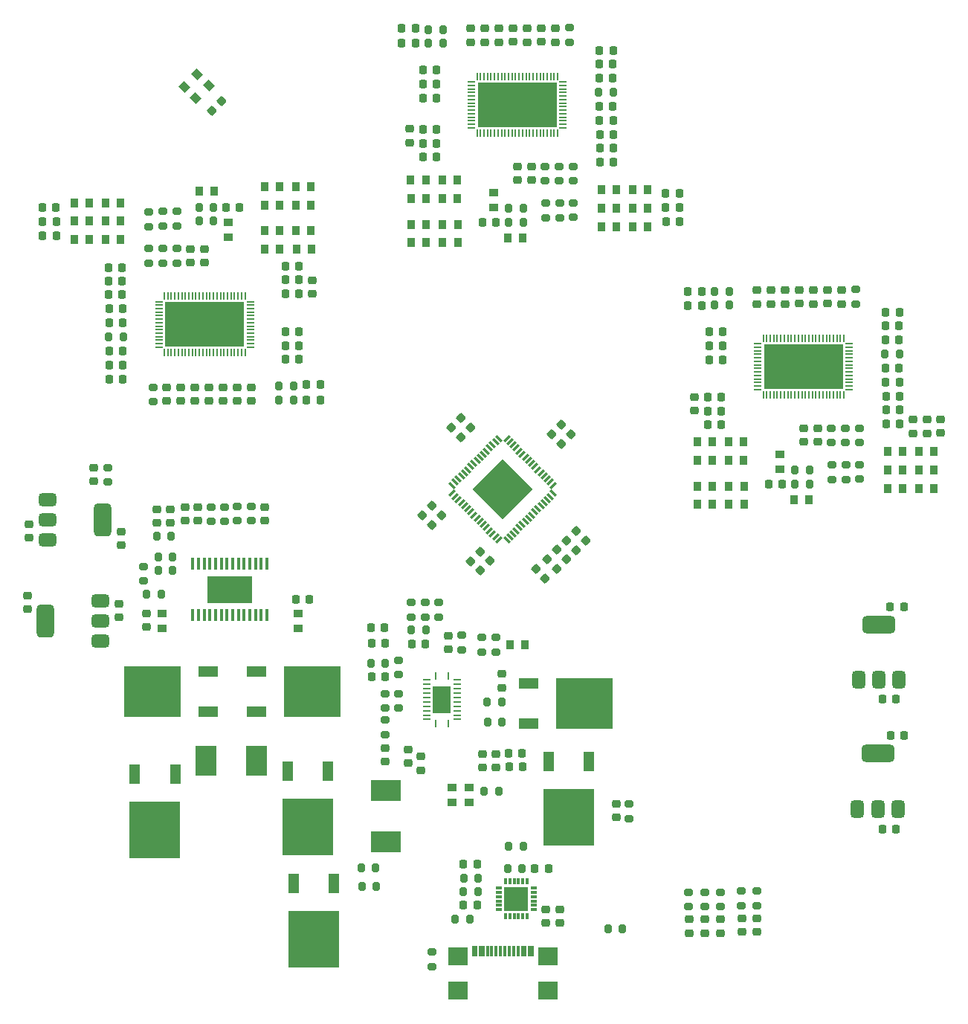
<source format=gtp>
%TF.GenerationSoftware,KiCad,Pcbnew,8.0.7*%
%TF.CreationDate,2025-01-21T13:47:33+01:00*%
%TF.ProjectId,motordriver,6d6f746f-7264-4726-9976-65722e6b6963,rev?*%
%TF.SameCoordinates,Original*%
%TF.FileFunction,Paste,Top*%
%TF.FilePolarity,Positive*%
%FSLAX46Y46*%
G04 Gerber Fmt 4.6, Leading zero omitted, Abs format (unit mm)*
G04 Created by KiCad (PCBNEW 8.0.7) date 2025-01-21 13:47:33*
%MOMM*%
%LPD*%
G01*
G04 APERTURE LIST*
G04 Aperture macros list*
%AMRoundRect*
0 Rectangle with rounded corners*
0 $1 Rounding radius*
0 $2 $3 $4 $5 $6 $7 $8 $9 X,Y pos of 4 corners*
0 Add a 4 corners polygon primitive as box body*
4,1,4,$2,$3,$4,$5,$6,$7,$8,$9,$2,$3,0*
0 Add four circle primitives for the rounded corners*
1,1,$1+$1,$2,$3*
1,1,$1+$1,$4,$5*
1,1,$1+$1,$6,$7*
1,1,$1+$1,$8,$9*
0 Add four rect primitives between the rounded corners*
20,1,$1+$1,$2,$3,$4,$5,0*
20,1,$1+$1,$4,$5,$6,$7,0*
20,1,$1+$1,$6,$7,$8,$9,0*
20,1,$1+$1,$8,$9,$2,$3,0*%
%AMRotRect*
0 Rectangle, with rotation*
0 The origin of the aperture is its center*
0 $1 length*
0 $2 width*
0 $3 Rotation angle, in degrees counterclockwise*
0 Add horizontal line*
21,1,$1,$2,0,0,$3*%
G04 Aperture macros list end*
%ADD10RoundRect,0.200000X-0.200000X-0.275000X0.200000X-0.275000X0.200000X0.275000X-0.200000X0.275000X0*%
%ADD11RoundRect,0.225000X-0.225000X-0.250000X0.225000X-0.250000X0.225000X0.250000X-0.225000X0.250000X0*%
%ADD12RoundRect,0.225000X0.225000X0.250000X-0.225000X0.250000X-0.225000X-0.250000X0.225000X-0.250000X0*%
%ADD13R,2.200000X1.200000*%
%ADD14R,6.400000X5.800000*%
%ADD15R,0.850000X1.050000*%
%ADD16RoundRect,0.200000X-0.275000X0.200000X-0.275000X-0.200000X0.275000X-0.200000X0.275000X0.200000X0*%
%ADD17RoundRect,0.200000X0.200000X0.275000X-0.200000X0.275000X-0.200000X-0.275000X0.200000X-0.275000X0*%
%ADD18RoundRect,0.200000X0.275000X-0.200000X0.275000X0.200000X-0.275000X0.200000X-0.275000X-0.200000X0*%
%ADD19RotRect,0.250000X0.900000X315.000000*%
%ADD20RotRect,0.250000X0.900000X225.000000*%
%ADD21RotRect,4.800000X4.800000X225.000000*%
%ADD22RoundRect,0.225000X-0.250000X0.225000X-0.250000X-0.225000X0.250000X-0.225000X0.250000X0.225000X0*%
%ADD23RoundRect,0.225000X0.335876X0.017678X0.017678X0.335876X-0.335876X-0.017678X-0.017678X-0.335876X0*%
%ADD24RoundRect,0.218750X0.256250X-0.218750X0.256250X0.218750X-0.256250X0.218750X-0.256250X-0.218750X0*%
%ADD25RoundRect,0.218750X0.218750X0.256250X-0.218750X0.256250X-0.218750X-0.256250X0.218750X-0.256250X0*%
%ADD26RoundRect,0.225000X-0.017678X0.335876X-0.335876X0.017678X0.017678X-0.335876X0.335876X-0.017678X0*%
%ADD27RoundRect,0.225000X0.250000X-0.225000X0.250000X0.225000X-0.250000X0.225000X-0.250000X-0.225000X0*%
%ADD28R,1.050000X0.850000*%
%ADD29R,1.200000X2.200000*%
%ADD30R,5.800000X6.400000*%
%ADD31RoundRect,0.225000X-0.335876X-0.017678X-0.017678X-0.335876X0.335876X0.017678X0.017678X0.335876X0*%
%ADD32RotRect,0.900000X1.000000X45.000000*%
%ADD33R,0.280000X0.850000*%
%ADD34R,0.850000X0.280000*%
%ADD35R,2.050000X3.100000*%
%ADD36R,3.400000X2.400000*%
%ADD37R,0.450000X1.475000*%
%ADD38R,5.180000X3.100000*%
%ADD39RoundRect,0.375000X0.625000X0.375000X-0.625000X0.375000X-0.625000X-0.375000X0.625000X-0.375000X0*%
%ADD40RoundRect,0.500000X0.500000X1.400000X-0.500000X1.400000X-0.500000X-1.400000X0.500000X-1.400000X0*%
%ADD41R,0.850000X0.200000*%
%ADD42R,0.200000X0.850000*%
%ADD43R,9.100000X5.100000*%
%ADD44RoundRect,0.225000X0.017678X-0.335876X0.335876X-0.017678X-0.017678X0.335876X-0.335876X0.017678X0*%
%ADD45RoundRect,0.375000X0.375000X-0.625000X0.375000X0.625000X-0.375000X0.625000X-0.375000X-0.625000X0*%
%ADD46RoundRect,0.500000X1.400000X-0.500000X1.400000X0.500000X-1.400000X0.500000X-1.400000X-0.500000X0*%
%ADD47RoundRect,0.375000X-0.625000X-0.375000X0.625000X-0.375000X0.625000X0.375000X-0.625000X0.375000X0*%
%ADD48RoundRect,0.500000X-0.500000X-1.400000X0.500000X-1.400000X0.500000X1.400000X-0.500000X1.400000X0*%
%ADD49RoundRect,0.218750X-0.218750X-0.256250X0.218750X-0.256250X0.218750X0.256250X-0.218750X0.256250X0*%
%ADD50R,0.300000X1.150000*%
%ADD51R,2.180000X2.000000*%
%ADD52R,0.800000X0.300000*%
%ADD53R,0.300000X0.800000*%
%ADD54R,2.750000X2.750000*%
%ADD55R,2.400000X3.400000*%
G04 APERTURE END LIST*
D10*
%TO.C,R45*%
X166002501Y-140000000D03*
X167652501Y-140000000D03*
%TD*%
D11*
%TO.C,C83*%
X157677501Y-133200000D03*
X159227501Y-133200000D03*
%TD*%
D10*
%TO.C,R20*%
X152252501Y-114200000D03*
X153902501Y-114200000D03*
%TD*%
D12*
%TO.C,C132*%
X199237501Y-80930000D03*
X197687501Y-80930000D03*
%TD*%
%TO.C,C87*%
X130826601Y-75225000D03*
X129276601Y-75225000D03*
%TD*%
D13*
%TO.C,Q9*%
X156977501Y-112110000D03*
D14*
X163327501Y-114400000D03*
D13*
X156977501Y-116690000D03*
%TD*%
D15*
%TO.C,D72*%
X199552501Y-85680000D03*
X197852501Y-85680000D03*
%TD*%
D16*
%TO.C,R96*%
X191492501Y-87230000D03*
X191492501Y-88880000D03*
%TD*%
D17*
%TO.C,R21*%
X145252501Y-106000000D03*
X143602501Y-106000000D03*
%TD*%
%TO.C,R30*%
X140652501Y-109800000D03*
X139002501Y-109800000D03*
%TD*%
D18*
%TO.C,R99*%
X194202501Y-68880000D03*
X194202501Y-67230000D03*
%TD*%
D19*
%TO.C,IC8*%
X159790421Y-89540381D03*
X159436868Y-89186827D03*
X159083314Y-88833274D03*
X158729761Y-88479720D03*
X158376208Y-88126167D03*
X158022654Y-87772614D03*
X157669101Y-87419060D03*
X157315548Y-87065507D03*
X156961994Y-86711953D03*
X156608441Y-86358400D03*
X156254887Y-86004847D03*
X155901334Y-85651293D03*
X155547781Y-85297740D03*
X155194227Y-84944187D03*
X154840674Y-84590633D03*
X154487120Y-84237080D03*
D20*
X153567882Y-84237080D03*
X153214328Y-84590633D03*
X152860775Y-84944187D03*
X152507221Y-85297740D03*
X152153668Y-85651293D03*
X151800115Y-86004847D03*
X151446561Y-86358400D03*
X151093008Y-86711953D03*
X150739454Y-87065507D03*
X150385901Y-87419060D03*
X150032348Y-87772614D03*
X149678794Y-88126167D03*
X149325241Y-88479720D03*
X148971688Y-88833274D03*
X148618134Y-89186827D03*
X148264581Y-89540381D03*
D19*
X148264581Y-90459619D03*
X148618134Y-90813173D03*
X148971688Y-91166726D03*
X149325241Y-91520280D03*
X149678794Y-91873833D03*
X150032348Y-92227386D03*
X150385901Y-92580940D03*
X150739454Y-92934493D03*
X151093008Y-93288047D03*
X151446561Y-93641600D03*
X151800115Y-93995153D03*
X152153668Y-94348707D03*
X152507221Y-94702260D03*
X152860775Y-95055813D03*
X153214328Y-95409367D03*
X153567882Y-95762920D03*
D20*
X154487120Y-95762920D03*
X154840674Y-95409367D03*
X155194227Y-95055813D03*
X155547781Y-94702260D03*
X155901334Y-94348707D03*
X156254887Y-93995153D03*
X156608441Y-93641600D03*
X156961994Y-93288047D03*
X157315548Y-92934493D03*
X157669101Y-92580940D03*
X158022654Y-92227386D03*
X158376208Y-91873833D03*
X158729761Y-91520280D03*
X159083314Y-91166726D03*
X159436868Y-90813173D03*
X159790421Y-90459619D03*
D21*
X154027501Y-90000000D03*
%TD*%
D11*
%TO.C,C98*%
X109216601Y-75855000D03*
X110766601Y-75855000D03*
%TD*%
D15*
%TO.C,D54*%
X121186601Y-56075000D03*
X119486601Y-56075000D03*
%TD*%
D16*
%TO.C,R36*%
X120827501Y-92025000D03*
X120827501Y-93675000D03*
%TD*%
D10*
%TO.C,R54*%
X164962501Y-44810000D03*
X166612501Y-44810000D03*
%TD*%
D17*
%TO.C,R56*%
X156352501Y-57980000D03*
X154702501Y-57980000D03*
%TD*%
D22*
%TO.C,C12*%
X151727501Y-120125000D03*
X151727501Y-121675000D03*
%TD*%
D23*
%TO.C,C80*%
X160179493Y-99044024D03*
X159083477Y-97948008D03*
%TD*%
D10*
%TO.C,R23*%
X152277501Y-116500000D03*
X153927501Y-116500000D03*
%TD*%
%TO.C,R104*%
X187302501Y-89380000D03*
X188952501Y-89380000D03*
%TD*%
D12*
%TO.C,C51*%
X166637501Y-49610000D03*
X165087501Y-49610000D03*
%TD*%
D24*
%TO.C,D7*%
X153902501Y-112600000D03*
X153902501Y-111025000D03*
%TD*%
D12*
%TO.C,C107*%
X130802501Y-66100000D03*
X129252501Y-66100000D03*
%TD*%
D15*
%TO.C,D43*%
X128626601Y-62675000D03*
X126926601Y-62675000D03*
%TD*%
D17*
%TO.C,R63*%
X156352501Y-130600000D03*
X154702501Y-130600000D03*
%TD*%
D12*
%TO.C,C28*%
X198802501Y-128700000D03*
X197252501Y-128700000D03*
%TD*%
D18*
%TO.C,R26*%
X146727501Y-104525000D03*
X146727501Y-102875000D03*
%TD*%
D22*
%TO.C,C20*%
X110577501Y-94825000D03*
X110577501Y-96375000D03*
%TD*%
D15*
%TO.C,D41*%
X128586601Y-57625000D03*
X126886601Y-57625000D03*
%TD*%
D11*
%TO.C,C44*%
X144927501Y-49000000D03*
X146477501Y-49000000D03*
%TD*%
D10*
%TO.C,R53*%
X145577501Y-37640000D03*
X147227501Y-37640000D03*
%TD*%
D25*
%TO.C,D49*%
X133251601Y-79815000D03*
X131676601Y-79815000D03*
%TD*%
D16*
%TO.C,R28*%
X142127501Y-113275000D03*
X142127501Y-114925000D03*
%TD*%
D22*
%TO.C,C23*%
X143227501Y-119625000D03*
X143227501Y-121175000D03*
%TD*%
D24*
%TO.C,D30*%
X182967501Y-140420000D03*
X182967501Y-138845000D03*
%TD*%
D18*
%TO.C,R31*%
X125427501Y-93575000D03*
X125427501Y-91925000D03*
%TD*%
D12*
%TO.C,C41*%
X166587501Y-40010000D03*
X165037501Y-40010000D03*
%TD*%
D26*
%TO.C,C74*%
X147075509Y-92951992D03*
X145979493Y-94048008D03*
%TD*%
D27*
%TO.C,C100*%
X122176601Y-79925000D03*
X122176601Y-78375000D03*
%TD*%
D11*
%TO.C,C31*%
X198177501Y-118000000D03*
X199727501Y-118000000D03*
%TD*%
D15*
%TO.C,D44*%
X126926601Y-60575000D03*
X128626601Y-60575000D03*
%TD*%
D10*
%TO.C,R101*%
X197562501Y-74610000D03*
X199212501Y-74610000D03*
%TD*%
D16*
%TO.C,R42*%
X113127501Y-98775000D03*
X113127501Y-100425000D03*
%TD*%
D18*
%TO.C,R69*%
X116916601Y-64225000D03*
X116916601Y-62575000D03*
%TD*%
D16*
%TO.C,R98*%
X194692501Y-87180000D03*
X194692501Y-88830000D03*
%TD*%
D24*
%TO.C,D31*%
X181257501Y-140420000D03*
X181257501Y-138845000D03*
%TD*%
D22*
%TO.C,C138*%
X189402501Y-67330000D03*
X189402501Y-68880000D03*
%TD*%
D12*
%TO.C,C104*%
X130851601Y-72025000D03*
X129301601Y-72025000D03*
%TD*%
D22*
%TO.C,C109*%
X118476601Y-62650000D03*
X118476601Y-64200000D03*
%TD*%
D28*
%TO.C,D5*%
X148227501Y-123950000D03*
X148227501Y-125650000D03*
%TD*%
D29*
%TO.C,Q11*%
X134117501Y-122050000D03*
D30*
X131827501Y-128400000D03*
D29*
X129537501Y-122050000D03*
%TD*%
D27*
%TO.C,C16*%
X100077501Y-95500000D03*
X100077501Y-93950000D03*
%TD*%
D22*
%TO.C,C37*%
X113427501Y-104150000D03*
X113427501Y-105700000D03*
%TD*%
D31*
%TO.C,C68*%
X161276406Y-95812652D03*
X162372422Y-96908668D03*
%TD*%
D13*
%TO.C,Q12*%
X126027501Y-110720000D03*
D14*
X132377501Y-113010000D03*
D13*
X126027501Y-115300000D03*
%TD*%
D32*
%TO.C,Y1*%
X119042577Y-45484924D03*
X120527501Y-44000000D03*
X119254709Y-42727208D03*
X117769785Y-44212132D03*
%TD*%
D15*
%TO.C,D37*%
X130486601Y-57625000D03*
X132186601Y-57625000D03*
%TD*%
D17*
%TO.C,R15*%
X153552501Y-124400000D03*
X151902501Y-124400000D03*
%TD*%
D22*
%TO.C,C128*%
X202317101Y-82083400D03*
X202317101Y-83633400D03*
%TD*%
D31*
%TO.C,C67*%
X162379493Y-94751992D03*
X163475509Y-95848008D03*
%TD*%
D33*
%TO.C,IC6*%
X147852501Y-116675000D03*
D34*
X148827501Y-116200000D03*
X148827501Y-115700000D03*
X148827501Y-115200000D03*
X148827501Y-114700000D03*
X148827501Y-114200000D03*
X148827501Y-113700000D03*
X148827501Y-113200000D03*
X148827501Y-112700000D03*
X148827501Y-112200000D03*
X148827501Y-111700000D03*
D33*
X147852501Y-111225000D03*
X146352501Y-111225000D03*
D34*
X145377501Y-111700000D03*
X145377501Y-112200000D03*
X145377501Y-112700000D03*
X145377501Y-113200000D03*
X145377501Y-113700000D03*
X145377501Y-114200000D03*
X145377501Y-114700000D03*
X145377501Y-115200000D03*
X145377501Y-115700000D03*
X145377501Y-116200000D03*
D33*
X146352501Y-116675000D03*
D35*
X147102501Y-113950000D03*
%TD*%
D27*
%TO.C,C79*%
X160537501Y-139400000D03*
X160537501Y-137850000D03*
%TD*%
D15*
%TO.C,D14*%
X145252501Y-54780000D03*
X143552501Y-54780000D03*
%TD*%
D22*
%TO.C,C39*%
X160002501Y-37530000D03*
X160002501Y-39080000D03*
%TD*%
D27*
%TO.C,C101*%
X118976601Y-79925000D03*
X118976601Y-78375000D03*
%TD*%
D36*
%TO.C,L1*%
X140727501Y-130100000D03*
X140727501Y-124300000D03*
%TD*%
D16*
%TO.C,R16*%
X168427501Y-125825000D03*
X168427501Y-127475000D03*
%TD*%
D10*
%TO.C,R55*%
X145577501Y-39190000D03*
X147227501Y-39190000D03*
%TD*%
D18*
%TO.C,R38*%
X123827501Y-93575000D03*
X123827501Y-91925000D03*
%TD*%
D15*
%TO.C,D13*%
X143592501Y-61930000D03*
X145292501Y-61930000D03*
%TD*%
D10*
%TO.C,R77*%
X119426601Y-59475000D03*
X121076601Y-59475000D03*
%TD*%
D18*
%TO.C,R60*%
X175207501Y-137525000D03*
X175207501Y-135875000D03*
%TD*%
D11*
%TO.C,C61*%
X144927501Y-52125000D03*
X146477501Y-52125000D03*
%TD*%
D22*
%TO.C,C111*%
X120051601Y-62655000D03*
X120051601Y-64205000D03*
%TD*%
D17*
%TO.C,R103*%
X188952501Y-87780000D03*
X187302501Y-87780000D03*
%TD*%
D18*
%TO.C,R59*%
X181227501Y-137395000D03*
X181227501Y-135745000D03*
%TD*%
D22*
%TO.C,C56*%
X156802501Y-37530000D03*
X156802501Y-39080000D03*
%TD*%
D16*
%TO.C,R93*%
X194662501Y-83030000D03*
X194662501Y-84680000D03*
%TD*%
D22*
%TO.C,C11*%
X166927501Y-125825000D03*
X166927501Y-127375000D03*
%TD*%
D17*
%TO.C,R37*%
X116452501Y-99200000D03*
X114802501Y-99200000D03*
%TD*%
D16*
%TO.C,R47*%
X160462501Y-53230000D03*
X160462501Y-54880000D03*
%TD*%
D22*
%TO.C,C32*%
X116127501Y-92275000D03*
X116127501Y-93825000D03*
%TD*%
D15*
%TO.C,D61*%
X177852501Y-84580000D03*
X176152501Y-84580000D03*
%TD*%
D18*
%TO.C,R71*%
X115286601Y-60025000D03*
X115286601Y-58375000D03*
%TD*%
D22*
%TO.C,C48*%
X152002501Y-37530000D03*
X152002501Y-39080000D03*
%TD*%
D18*
%TO.C,R68*%
X115316601Y-64225000D03*
X115316601Y-62575000D03*
%TD*%
D11*
%TO.C,C134*%
X197612501Y-76210000D03*
X199162501Y-76210000D03*
%TD*%
D12*
%TO.C,C135*%
X199162501Y-71400000D03*
X197612501Y-71400000D03*
%TD*%
D37*
%TO.C,IC7*%
X127177501Y-98474000D03*
X126527501Y-98474000D03*
X125877501Y-98474000D03*
X125227501Y-98474000D03*
X124577501Y-98474000D03*
X123927501Y-98474000D03*
X123277501Y-98474000D03*
X122627501Y-98474000D03*
X121977501Y-98474000D03*
X121327501Y-98474000D03*
X120677501Y-98474000D03*
X120027501Y-98474000D03*
X119377501Y-98474000D03*
X118727501Y-98474000D03*
X118727501Y-104350000D03*
X119377501Y-104350000D03*
X120027501Y-104350000D03*
X120677501Y-104350000D03*
X121327501Y-104350000D03*
X121977501Y-104350000D03*
X122627501Y-104350000D03*
X123277501Y-104350000D03*
X123927501Y-104350000D03*
X124577501Y-104350000D03*
X125227501Y-104350000D03*
X125877501Y-104350000D03*
X126527501Y-104350000D03*
X127177501Y-104350000D03*
D38*
X122952501Y-101412000D03*
%TD*%
D18*
%TO.C,R17*%
X140627501Y-114900000D03*
X140627501Y-113250000D03*
%TD*%
D22*
%TO.C,C21*%
X144727501Y-120425000D03*
X144727501Y-121975000D03*
%TD*%
D39*
%TO.C,U3*%
X108227501Y-107300000D03*
X108227501Y-105000000D03*
D40*
X101927501Y-105000000D03*
D39*
X108227501Y-102700000D03*
%TD*%
D15*
%TO.C,D47*%
X108826601Y-59475000D03*
X110526601Y-59475000D03*
%TD*%
D28*
%TO.C,D6*%
X150227501Y-123950000D03*
X150227501Y-125650000D03*
%TD*%
D11*
%TO.C,C91*%
X101636601Y-59525000D03*
X103186601Y-59525000D03*
%TD*%
D12*
%TO.C,C136*%
X199162501Y-73010000D03*
X197612501Y-73010000D03*
%TD*%
D17*
%TO.C,R74*%
X130201601Y-79815000D03*
X128551601Y-79815000D03*
%TD*%
D18*
%TO.C,R62*%
X178827501Y-137500000D03*
X178827501Y-135850000D03*
%TD*%
D41*
%TO.C,U5*%
X150492501Y-43630000D03*
X150492501Y-44030000D03*
X150492501Y-44430000D03*
X150492501Y-44830000D03*
X150492501Y-45230000D03*
X150492501Y-45630000D03*
X150492501Y-46030000D03*
X150492501Y-46430000D03*
X150492501Y-46830000D03*
X150492501Y-47230000D03*
X150492501Y-47630000D03*
X150492501Y-48030000D03*
X150492501Y-48430000D03*
X150492501Y-48830000D03*
D42*
X151092501Y-49430000D03*
X151492501Y-49430000D03*
X151892501Y-49430000D03*
X152292501Y-49430000D03*
X152692501Y-49430000D03*
X153092501Y-49430000D03*
X153492501Y-49430000D03*
X153892501Y-49430000D03*
X154292501Y-49430000D03*
X154692501Y-49430000D03*
X155092501Y-49430000D03*
X155492501Y-49430000D03*
X155892501Y-49430000D03*
X156292501Y-49430000D03*
X156692501Y-49430000D03*
X157092501Y-49430000D03*
X157492501Y-49430000D03*
X157892501Y-49430000D03*
X158292501Y-49430000D03*
X158692501Y-49430000D03*
X159092501Y-49430000D03*
X159492501Y-49430000D03*
X159892501Y-49430000D03*
X160292501Y-49430000D03*
D41*
X160892501Y-48830000D03*
X160892501Y-48430000D03*
X160892501Y-48030000D03*
X160892501Y-47630000D03*
X160892501Y-47230000D03*
X160892501Y-46830000D03*
X160892501Y-46430000D03*
X160892501Y-46030000D03*
X160892501Y-45630000D03*
X160892501Y-45230000D03*
X160892501Y-44830000D03*
X160892501Y-44430000D03*
X160892501Y-44030000D03*
X160892501Y-43630000D03*
D42*
X160292501Y-43030000D03*
X159892501Y-43030000D03*
X159492501Y-43030000D03*
X159092501Y-43030000D03*
X158692501Y-43030000D03*
X158292501Y-43030000D03*
X157892501Y-43030000D03*
X157492501Y-43030000D03*
X157092501Y-43030000D03*
X156692501Y-43030000D03*
X156292501Y-43030000D03*
X155892501Y-43030000D03*
X155492501Y-43030000D03*
X155092501Y-43030000D03*
X154692501Y-43030000D03*
X154292501Y-43030000D03*
X153892501Y-43030000D03*
X153492501Y-43030000D03*
X153092501Y-43030000D03*
X152692501Y-43030000D03*
X152292501Y-43030000D03*
X151892501Y-43030000D03*
X151492501Y-43030000D03*
X151092501Y-43030000D03*
D43*
X155692501Y-46230000D03*
%TD*%
D44*
%TO.C,C69*%
X120942577Y-46884924D03*
X122038593Y-45788908D03*
%TD*%
D22*
%TO.C,C129*%
X203917101Y-82058400D03*
X203917101Y-83608400D03*
%TD*%
D12*
%TO.C,C47*%
X174167501Y-59530000D03*
X172617501Y-59530000D03*
%TD*%
D26*
%TO.C,C76*%
X152573109Y-98159992D03*
X151477093Y-99256008D03*
%TD*%
D27*
%TO.C,C66*%
X155727501Y-54800000D03*
X155727501Y-53250000D03*
%TD*%
D15*
%TO.C,D20*%
X166952501Y-60080000D03*
X165252501Y-60080000D03*
%TD*%
D45*
%TO.C,U1*%
X194527501Y-111700000D03*
X196827501Y-111700000D03*
D46*
X196827501Y-105400000D03*
D45*
X199127501Y-111700000D03*
%TD*%
D12*
%TO.C,C40*%
X166662501Y-52710000D03*
X165112501Y-52710000D03*
%TD*%
D47*
%TO.C,U2*%
X102177501Y-91200000D03*
X102177501Y-93500000D03*
D48*
X108477501Y-93500000D03*
D47*
X102177501Y-95800000D03*
%TD*%
D22*
%TO.C,C24*%
X140627501Y-119425000D03*
X140627501Y-120975000D03*
%TD*%
D12*
%TO.C,C140*%
X199187501Y-77810000D03*
X197637501Y-77810000D03*
%TD*%
D28*
%TO.C,D28*%
X152992501Y-56187500D03*
X152992501Y-57887500D03*
%TD*%
D12*
%TO.C,C50*%
X166637501Y-51130000D03*
X165087501Y-51130000D03*
%TD*%
D15*
%TO.C,D38*%
X132186601Y-55525000D03*
X130486601Y-55525000D03*
%TD*%
D25*
%TO.C,D52*%
X133251601Y-78100000D03*
X131676601Y-78100000D03*
%TD*%
D10*
%TO.C,R41*%
X113477501Y-101900000D03*
X115127501Y-101900000D03*
%TD*%
D44*
%TO.C,C73*%
X159579493Y-83716638D03*
X160675509Y-82620622D03*
%TD*%
D12*
%TO.C,C97*%
X110766601Y-71045000D03*
X109216601Y-71045000D03*
%TD*%
D23*
%TO.C,C70*%
X150336169Y-82987348D03*
X149240153Y-81891332D03*
%TD*%
D15*
%TO.C,D22*%
X166952501Y-57980000D03*
X165252501Y-57980000D03*
%TD*%
D25*
%TO.C,D35*%
X151127501Y-132650000D03*
X149552501Y-132650000D03*
%TD*%
D29*
%TO.C,Q10*%
X134807501Y-134900000D03*
D30*
X132527501Y-141200000D03*
D29*
X130247501Y-134900000D03*
%TD*%
D15*
%TO.C,D8*%
X156577501Y-107700000D03*
X154877501Y-107700000D03*
%TD*%
D12*
%TO.C,C105*%
X130851601Y-73625000D03*
X129301601Y-73625000D03*
%TD*%
D22*
%TO.C,C139*%
X191002501Y-67305000D03*
X191002501Y-68855000D03*
%TD*%
D10*
%TO.C,R66*%
X149555001Y-135800000D03*
X151205001Y-135800000D03*
%TD*%
D22*
%TO.C,C45*%
X155202501Y-37505000D03*
X155202501Y-39055000D03*
%TD*%
D18*
%TO.C,R18*%
X140627501Y-117925000D03*
X140627501Y-116275000D03*
%TD*%
D15*
%TO.C,D39*%
X130526601Y-62675000D03*
X132226601Y-62675000D03*
%TD*%
%TO.C,D51*%
X105226601Y-61575000D03*
X106926601Y-61575000D03*
%TD*%
D18*
%TO.C,R72*%
X113686601Y-60075000D03*
X113686601Y-58425000D03*
%TD*%
D16*
%TO.C,R22*%
X149327501Y-106600000D03*
X149327501Y-108250000D03*
%TD*%
D12*
%TO.C,C133*%
X199237501Y-79410000D03*
X197687501Y-79410000D03*
%TD*%
%TO.C,C53*%
X166562501Y-41600000D03*
X165012501Y-41600000D03*
%TD*%
D24*
%TO.C,D33*%
X177027501Y-140550000D03*
X177027501Y-138975000D03*
%TD*%
D16*
%TO.C,R48*%
X158862501Y-53230000D03*
X158862501Y-54880000D03*
%TD*%
D12*
%TO.C,C46*%
X174142501Y-57930000D03*
X172592501Y-57930000D03*
%TD*%
D41*
%TO.C,U7*%
X125286601Y-73825000D03*
X125286601Y-73425000D03*
X125286601Y-73025000D03*
X125286601Y-72625000D03*
X125286601Y-72225000D03*
X125286601Y-71825000D03*
X125286601Y-71425000D03*
X125286601Y-71025000D03*
X125286601Y-70625000D03*
X125286601Y-70225000D03*
X125286601Y-69825000D03*
X125286601Y-69425000D03*
X125286601Y-69025000D03*
X125286601Y-68625000D03*
D42*
X124686601Y-68025000D03*
X124286601Y-68025000D03*
X123886601Y-68025000D03*
X123486601Y-68025000D03*
X123086601Y-68025000D03*
X122686601Y-68025000D03*
X122286601Y-68025000D03*
X121886601Y-68025000D03*
X121486601Y-68025000D03*
X121086601Y-68025000D03*
X120686601Y-68025000D03*
X120286601Y-68025000D03*
X119886601Y-68025000D03*
X119486601Y-68025000D03*
X119086601Y-68025000D03*
X118686601Y-68025000D03*
X118286601Y-68025000D03*
X117886601Y-68025000D03*
X117486601Y-68025000D03*
X117086601Y-68025000D03*
X116686601Y-68025000D03*
X116286601Y-68025000D03*
X115886601Y-68025000D03*
X115486601Y-68025000D03*
D41*
X114886601Y-68625000D03*
X114886601Y-69025000D03*
X114886601Y-69425000D03*
X114886601Y-69825000D03*
X114886601Y-70225000D03*
X114886601Y-70625000D03*
X114886601Y-71025000D03*
X114886601Y-71425000D03*
X114886601Y-71825000D03*
X114886601Y-72225000D03*
X114886601Y-72625000D03*
X114886601Y-73025000D03*
X114886601Y-73425000D03*
X114886601Y-73825000D03*
D42*
X115486601Y-74425000D03*
X115886601Y-74425000D03*
X116286601Y-74425000D03*
X116686601Y-74425000D03*
X117086601Y-74425000D03*
X117486601Y-74425000D03*
X117886601Y-74425000D03*
X118286601Y-74425000D03*
X118686601Y-74425000D03*
X119086601Y-74425000D03*
X119486601Y-74425000D03*
X119886601Y-74425000D03*
X120286601Y-74425000D03*
X120686601Y-74425000D03*
X121086601Y-74425000D03*
X121486601Y-74425000D03*
X121886601Y-74425000D03*
X122286601Y-74425000D03*
X122686601Y-74425000D03*
X123086601Y-74425000D03*
X123486601Y-74425000D03*
X123886601Y-74425000D03*
X124286601Y-74425000D03*
X124686601Y-74425000D03*
D43*
X120086601Y-71225000D03*
%TD*%
D17*
%TO.C,R78*%
X121076601Y-57875000D03*
X119426601Y-57875000D03*
%TD*%
D16*
%TO.C,R44*%
X145927501Y-142675000D03*
X145927501Y-144325000D03*
%TD*%
D11*
%TO.C,C126*%
X177352501Y-79500000D03*
X178902501Y-79500000D03*
%TD*%
D16*
%TO.C,R50*%
X160492501Y-57430000D03*
X160492501Y-59080000D03*
%TD*%
D11*
%TO.C,C62*%
X144927501Y-50600000D03*
X146477501Y-50600000D03*
%TD*%
D26*
%TO.C,C75*%
X145979493Y-91855976D03*
X144883477Y-92951992D03*
%TD*%
D18*
%TO.C,R19*%
X143627501Y-104525000D03*
X143627501Y-102875000D03*
%TD*%
D11*
%TO.C,C147*%
X184302501Y-89380000D03*
X185852501Y-89380000D03*
%TD*%
D12*
%TO.C,C106*%
X130802501Y-64575000D03*
X129252501Y-64575000D03*
%TD*%
D16*
%TO.C,R94*%
X193062501Y-83030000D03*
X193062501Y-84680000D03*
%TD*%
D15*
%TO.C,D69*%
X199552501Y-87780000D03*
X197852501Y-87780000D03*
%TD*%
%TO.C,D18*%
X147152501Y-54780000D03*
X148852501Y-54780000D03*
%TD*%
%TO.C,D64*%
X181492501Y-91730000D03*
X179792501Y-91730000D03*
%TD*%
%TO.C,D62*%
X176202501Y-86680000D03*
X177902501Y-86680000D03*
%TD*%
D11*
%TO.C,C141*%
X177527501Y-75230000D03*
X179077501Y-75230000D03*
%TD*%
D23*
%TO.C,C81*%
X161275509Y-97948008D03*
X160179493Y-96851992D03*
%TD*%
D22*
%TO.C,C127*%
X187802501Y-67305000D03*
X187802501Y-68855000D03*
%TD*%
D15*
%TO.C,D26*%
X170552501Y-55880000D03*
X168852501Y-55880000D03*
%TD*%
D17*
%TO.C,R43*%
X150252501Y-138900000D03*
X148602501Y-138900000D03*
%TD*%
D15*
%TO.C,D73*%
X203152501Y-85680000D03*
X201452501Y-85680000D03*
%TD*%
D11*
%TO.C,C96*%
X109141601Y-67845000D03*
X110691601Y-67845000D03*
%TD*%
D28*
%TO.C,D11*%
X130727501Y-104150000D03*
X130727501Y-105850000D03*
%TD*%
D15*
%TO.C,D68*%
X203102501Y-89880000D03*
X201402501Y-89880000D03*
%TD*%
D27*
%TO.C,C108*%
X132327501Y-67725000D03*
X132327501Y-66175000D03*
%TD*%
%TO.C,C15*%
X147827501Y-108200000D03*
X147827501Y-106650000D03*
%TD*%
D15*
%TO.C,D46*%
X105276601Y-57375000D03*
X106976601Y-57375000D03*
%TD*%
D11*
%TO.C,C124*%
X177552501Y-72030000D03*
X179102501Y-72030000D03*
%TD*%
D49*
%TO.C,D74*%
X175127501Y-69100000D03*
X176702501Y-69100000D03*
%TD*%
D10*
%TO.C,R29*%
X138002501Y-135200000D03*
X139652501Y-135200000D03*
%TD*%
D16*
%TO.C,R32*%
X109077501Y-87525000D03*
X109077501Y-89175000D03*
%TD*%
D11*
%TO.C,C19*%
X154752501Y-121600000D03*
X156302501Y-121600000D03*
%TD*%
%TO.C,C103*%
X109191601Y-69445000D03*
X110741601Y-69445000D03*
%TD*%
D28*
%TO.C,D10*%
X115227501Y-104100000D03*
X115227501Y-105800000D03*
%TD*%
D15*
%TO.C,D65*%
X179752501Y-84580000D03*
X181452501Y-84580000D03*
%TD*%
D50*
%TO.C,P1*%
X150677501Y-142595000D03*
X151477501Y-142595000D03*
X152777501Y-142595000D03*
X153777501Y-142595000D03*
X154277501Y-142595000D03*
X155277501Y-142595000D03*
X156577501Y-142595000D03*
X157377501Y-142595000D03*
X157077501Y-142595000D03*
X156277501Y-142595000D03*
X155777501Y-142595000D03*
X154777501Y-142595000D03*
X153277501Y-142595000D03*
X152277501Y-142595000D03*
X151777501Y-142595000D03*
X150977501Y-142595000D03*
D51*
X148917501Y-147100000D03*
X159137501Y-147100000D03*
X148917501Y-143170000D03*
X159137501Y-143170000D03*
%TD*%
D23*
%TO.C,C71*%
X149275509Y-84048008D03*
X148179493Y-82951992D03*
%TD*%
D11*
%TO.C,C60*%
X144927501Y-43830000D03*
X146477501Y-43830000D03*
%TD*%
%TO.C,C142*%
X177527501Y-73630000D03*
X179077501Y-73630000D03*
%TD*%
D27*
%TO.C,C102*%
X117376601Y-79950000D03*
X117376601Y-78400000D03*
%TD*%
D16*
%TO.C,R35*%
X122327501Y-92000000D03*
X122327501Y-93650000D03*
%TD*%
D15*
%TO.C,D29*%
X154592501Y-61380000D03*
X156292501Y-61380000D03*
%TD*%
D22*
%TO.C,C57*%
X158402501Y-37505000D03*
X158402501Y-39055000D03*
%TD*%
%TO.C,C63*%
X143402501Y-48975000D03*
X143402501Y-50525000D03*
%TD*%
D12*
%TO.C,C123*%
X199187501Y-69810000D03*
X197637501Y-69810000D03*
%TD*%
D15*
%TO.C,D67*%
X199552501Y-89880000D03*
X197852501Y-89880000D03*
%TD*%
D31*
%TO.C,C82*%
X157779493Y-99051992D03*
X158875509Y-100148008D03*
%TD*%
D11*
%TO.C,C18*%
X143652501Y-107600000D03*
X145202501Y-107600000D03*
%TD*%
D15*
%TO.C,D40*%
X132176601Y-60575000D03*
X130476601Y-60575000D03*
%TD*%
D22*
%TO.C,C35*%
X119327501Y-92000000D03*
X119327501Y-93550000D03*
%TD*%
D15*
%TO.C,D70*%
X203152501Y-87780000D03*
X201452501Y-87780000D03*
%TD*%
D18*
%TO.C,R25*%
X145227501Y-104525000D03*
X145227501Y-102875000D03*
%TD*%
D22*
%TO.C,C49*%
X150402501Y-37530000D03*
X150402501Y-39080000D03*
%TD*%
D15*
%TO.C,D45*%
X108826601Y-57375000D03*
X110526601Y-57375000D03*
%TD*%
%TO.C,D42*%
X126886601Y-55525000D03*
X128586601Y-55525000D03*
%TD*%
D17*
%TO.C,R40*%
X116252501Y-95375000D03*
X114602501Y-95375000D03*
%TD*%
D22*
%TO.C,C131*%
X183002501Y-67330000D03*
X183002501Y-68880000D03*
%TD*%
D44*
%TO.C,C72*%
X160710863Y-84848008D03*
X161806879Y-83751992D03*
%TD*%
D49*
%TO.C,D24*%
X142527501Y-37500000D03*
X144102501Y-37500000D03*
%TD*%
D18*
%TO.C,R34*%
X151677501Y-108525000D03*
X151677501Y-106875000D03*
%TD*%
D16*
%TO.C,R51*%
X162092501Y-57380000D03*
X162092501Y-59030000D03*
%TD*%
D15*
%TO.C,D60*%
X176192501Y-91730000D03*
X177892501Y-91730000D03*
%TD*%
D17*
%TO.C,R76*%
X130201601Y-78265000D03*
X128551601Y-78265000D03*
%TD*%
D27*
%TO.C,C90*%
X120576601Y-79950000D03*
X120576601Y-78400000D03*
%TD*%
D10*
%TO.C,R64*%
X154602501Y-133200000D03*
X156252501Y-133200000D03*
%TD*%
D49*
%TO.C,D71*%
X175127501Y-67440000D03*
X176702501Y-67440000D03*
%TD*%
D11*
%TO.C,C65*%
X151702501Y-59580000D03*
X153252501Y-59580000D03*
%TD*%
D12*
%TO.C,C58*%
X166587501Y-48010000D03*
X165037501Y-48010000D03*
%TD*%
D22*
%TO.C,C121*%
X192602501Y-67330000D03*
X192602501Y-68880000D03*
%TD*%
D12*
%TO.C,C110*%
X124076601Y-57875000D03*
X122526601Y-57875000D03*
%TD*%
D22*
%TO.C,C22*%
X110327501Y-103025000D03*
X110327501Y-104575000D03*
%TD*%
D18*
%TO.C,R52*%
X161602501Y-39080000D03*
X161602501Y-37430000D03*
%TD*%
%TO.C,R67*%
X113716601Y-64225000D03*
X113716601Y-62575000D03*
%TD*%
D22*
%TO.C,C130*%
X184602501Y-67330000D03*
X184602501Y-68880000D03*
%TD*%
D27*
%TO.C,C94*%
X125376601Y-79925000D03*
X125376601Y-78375000D03*
%TD*%
D11*
%TO.C,C13*%
X198152501Y-103350000D03*
X199702501Y-103350000D03*
%TD*%
D18*
%TO.C,R58*%
X182927501Y-137395000D03*
X182927501Y-135745000D03*
%TD*%
D22*
%TO.C,C125*%
X200717101Y-82083400D03*
X200717101Y-83633400D03*
%TD*%
D15*
%TO.C,D15*%
X143602501Y-56880000D03*
X145302501Y-56880000D03*
%TD*%
%TO.C,D21*%
X170502501Y-60080000D03*
X168802501Y-60080000D03*
%TD*%
D10*
%TO.C,R24*%
X137902501Y-133100000D03*
X139552501Y-133100000D03*
%TD*%
D11*
%TO.C,C95*%
X109141601Y-66325000D03*
X110691601Y-66325000D03*
%TD*%
D18*
%TO.C,R27*%
X142127501Y-111125000D03*
X142127501Y-109475000D03*
%TD*%
D45*
%TO.C,U4*%
X194427501Y-126400000D03*
X196727501Y-126400000D03*
D46*
X196727501Y-120100000D03*
D45*
X199027501Y-126400000D03*
%TD*%
D12*
%TO.C,C17*%
X156252501Y-120100000D03*
X154702501Y-120100000D03*
%TD*%
D15*
%TO.C,D12*%
X145292501Y-59830000D03*
X143592501Y-59830000D03*
%TD*%
D12*
%TO.C,C122*%
X199262501Y-82510000D03*
X197712501Y-82510000D03*
%TD*%
D25*
%TO.C,D36*%
X151127501Y-137350000D03*
X149552501Y-137350000D03*
%TD*%
D10*
%TO.C,R100*%
X178177501Y-67440000D03*
X179827501Y-67440000D03*
%TD*%
D16*
%TO.C,R33*%
X153227501Y-106875000D03*
X153227501Y-108525000D03*
%TD*%
D17*
%TO.C,R75*%
X110816601Y-72645000D03*
X109166601Y-72645000D03*
%TD*%
D12*
%TO.C,C10*%
X198802501Y-113900000D03*
X197252501Y-113900000D03*
%TD*%
D22*
%TO.C,C145*%
X175827501Y-79475000D03*
X175827501Y-81025000D03*
%TD*%
D52*
%TO.C,U6*%
X157577501Y-137873000D03*
X157577501Y-137373000D03*
X157577501Y-136873000D03*
X157577501Y-136373000D03*
X157577501Y-135873000D03*
X157577501Y-135373000D03*
D53*
X156827501Y-134623000D03*
X156327501Y-134623000D03*
X155827501Y-134623000D03*
X155327501Y-134623000D03*
X154827501Y-134623000D03*
X154327501Y-134623000D03*
D52*
X153577501Y-135373000D03*
X153577501Y-135873000D03*
X153577501Y-136373000D03*
X153577501Y-136873000D03*
X153577501Y-137373000D03*
X153577501Y-137873000D03*
D53*
X154327501Y-138623000D03*
X154827501Y-138623000D03*
X155327501Y-138623000D03*
X155827501Y-138623000D03*
X156327501Y-138623000D03*
X156827501Y-138623000D03*
D54*
X155577501Y-136623000D03*
%TD*%
D24*
%TO.C,D34*%
X178827501Y-140550000D03*
X178827501Y-138975000D03*
%TD*%
D11*
%TO.C,C59*%
X144927501Y-45430000D03*
X146477501Y-45430000D03*
%TD*%
D15*
%TO.C,D16*%
X147192501Y-59830000D03*
X148892501Y-59830000D03*
%TD*%
D41*
%TO.C,U8*%
X183092501Y-73430000D03*
X183092501Y-73830000D03*
X183092501Y-74230000D03*
X183092501Y-74630000D03*
X183092501Y-75030000D03*
X183092501Y-75430000D03*
X183092501Y-75830000D03*
X183092501Y-76230000D03*
X183092501Y-76630000D03*
X183092501Y-77030000D03*
X183092501Y-77430000D03*
X183092501Y-77830000D03*
X183092501Y-78230000D03*
X183092501Y-78630000D03*
D42*
X183692501Y-79230000D03*
X184092501Y-79230000D03*
X184492501Y-79230000D03*
X184892501Y-79230000D03*
X185292501Y-79230000D03*
X185692501Y-79230000D03*
X186092501Y-79230000D03*
X186492501Y-79230000D03*
X186892501Y-79230000D03*
X187292501Y-79230000D03*
X187692501Y-79230000D03*
X188092501Y-79230000D03*
X188492501Y-79230000D03*
X188892501Y-79230000D03*
X189292501Y-79230000D03*
X189692501Y-79230000D03*
X190092501Y-79230000D03*
X190492501Y-79230000D03*
X190892501Y-79230000D03*
X191292501Y-79230000D03*
X191692501Y-79230000D03*
X192092501Y-79230000D03*
X192492501Y-79230000D03*
X192892501Y-79230000D03*
D41*
X193492501Y-78630000D03*
X193492501Y-78230000D03*
X193492501Y-77830000D03*
X193492501Y-77430000D03*
X193492501Y-77030000D03*
X193492501Y-76630000D03*
X193492501Y-76230000D03*
X193492501Y-75830000D03*
X193492501Y-75430000D03*
X193492501Y-75030000D03*
X193492501Y-74630000D03*
X193492501Y-74230000D03*
X193492501Y-73830000D03*
X193492501Y-73430000D03*
D42*
X192892501Y-72830000D03*
X192492501Y-72830000D03*
X192092501Y-72830000D03*
X191692501Y-72830000D03*
X191292501Y-72830000D03*
X190892501Y-72830000D03*
X190492501Y-72830000D03*
X190092501Y-72830000D03*
X189692501Y-72830000D03*
X189292501Y-72830000D03*
X188892501Y-72830000D03*
X188492501Y-72830000D03*
X188092501Y-72830000D03*
X187692501Y-72830000D03*
X187292501Y-72830000D03*
X186892501Y-72830000D03*
X186492501Y-72830000D03*
X186092501Y-72830000D03*
X185692501Y-72830000D03*
X185292501Y-72830000D03*
X184892501Y-72830000D03*
X184492501Y-72830000D03*
X184092501Y-72830000D03*
X183692501Y-72830000D03*
D43*
X188292501Y-76030000D03*
%TD*%
D11*
%TO.C,C25*%
X139077501Y-111300000D03*
X140627501Y-111300000D03*
%TD*%
D27*
%TO.C,C146*%
X189902501Y-84605000D03*
X189902501Y-83055000D03*
%TD*%
D15*
%TO.C,D59*%
X177892501Y-89630000D03*
X176192501Y-89630000D03*
%TD*%
D11*
%TO.C,C99*%
X109216601Y-74245000D03*
X110766601Y-74245000D03*
%TD*%
D27*
%TO.C,C26*%
X99877501Y-103675000D03*
X99877501Y-102125000D03*
%TD*%
D18*
%TO.C,R70*%
X116886601Y-60025000D03*
X116886601Y-58375000D03*
%TD*%
D22*
%TO.C,C137*%
X186202501Y-67330000D03*
X186202501Y-68880000D03*
%TD*%
D10*
%TO.C,R102*%
X178177501Y-68990000D03*
X179827501Y-68990000D03*
%TD*%
D15*
%TO.C,D63*%
X179792501Y-89630000D03*
X181492501Y-89630000D03*
%TD*%
D27*
%TO.C,C93*%
X123776601Y-79925000D03*
X123776601Y-78375000D03*
%TD*%
D12*
%TO.C,C27*%
X140577501Y-105775000D03*
X139027501Y-105775000D03*
%TD*%
D11*
%TO.C,C144*%
X177352501Y-81100000D03*
X178902501Y-81100000D03*
%TD*%
D15*
%TO.C,D25*%
X166952501Y-55880000D03*
X165252501Y-55880000D03*
%TD*%
%TO.C,D66*%
X181452501Y-86680000D03*
X179752501Y-86680000D03*
%TD*%
D11*
%TO.C,C86*%
X109191601Y-77445000D03*
X110741601Y-77445000D03*
%TD*%
D12*
%TO.C,C43*%
X174142501Y-56330000D03*
X172592501Y-56330000D03*
%TD*%
D29*
%TO.C,Q8*%
X163817501Y-120950000D03*
D30*
X161527501Y-127300000D03*
D29*
X159237501Y-120950000D03*
%TD*%
D11*
%TO.C,C85*%
X109116601Y-64745000D03*
X110666601Y-64745000D03*
%TD*%
D15*
%TO.C,D23*%
X170552501Y-57980000D03*
X168852501Y-57980000D03*
%TD*%
D27*
%TO.C,C84*%
X115776601Y-79925000D03*
X115776601Y-78375000D03*
%TD*%
D15*
%TO.C,D19*%
X148852501Y-56880000D03*
X147152501Y-56880000D03*
%TD*%
D22*
%TO.C,C55*%
X153602501Y-37530000D03*
X153602501Y-39080000D03*
%TD*%
D27*
%TO.C,C78*%
X158927501Y-139400000D03*
X158927501Y-137850000D03*
%TD*%
D22*
%TO.C,C14*%
X153227501Y-120150000D03*
X153227501Y-121700000D03*
%TD*%
D27*
%TO.C,C148*%
X188327501Y-84600000D03*
X188327501Y-83050000D03*
%TD*%
D26*
%TO.C,C77*%
X151491235Y-97078118D03*
X150395219Y-98174134D03*
%TD*%
D16*
%TO.C,R97*%
X193092501Y-87230000D03*
X193092501Y-88880000D03*
%TD*%
D10*
%TO.C,R65*%
X149577501Y-134250000D03*
X151227501Y-134250000D03*
%TD*%
D28*
%TO.C,D53*%
X122786601Y-61267500D03*
X122786601Y-59567500D03*
%TD*%
D15*
%TO.C,D17*%
X148892501Y-61930000D03*
X147192501Y-61930000D03*
%TD*%
D12*
%TO.C,C89*%
X130802501Y-67700000D03*
X129252501Y-67700000D03*
%TD*%
D15*
%TO.C,D48*%
X105226601Y-59475000D03*
X106926601Y-59475000D03*
%TD*%
D11*
%TO.C,C42*%
X144952501Y-42230000D03*
X146502501Y-42230000D03*
%TD*%
D15*
%TO.C,D50*%
X108826601Y-61575000D03*
X110526601Y-61575000D03*
%TD*%
D18*
%TO.C,R61*%
X177017501Y-137525000D03*
X177017501Y-135875000D03*
%TD*%
D10*
%TO.C,R57*%
X154702501Y-59580000D03*
X156352501Y-59580000D03*
%TD*%
D12*
%TO.C,C29*%
X140627501Y-107500000D03*
X139077501Y-107500000D03*
%TD*%
D22*
%TO.C,C34*%
X117827501Y-92000000D03*
X117827501Y-93550000D03*
%TD*%
D27*
%TO.C,C64*%
X157302501Y-54805000D03*
X157302501Y-53255000D03*
%TD*%
D16*
%TO.C,R49*%
X158892501Y-57430000D03*
X158892501Y-59080000D03*
%TD*%
D11*
%TO.C,C88*%
X101636601Y-61125000D03*
X103186601Y-61125000D03*
%TD*%
D10*
%TO.C,R39*%
X114777501Y-97700000D03*
X116427501Y-97700000D03*
%TD*%
D27*
%TO.C,C30*%
X126927501Y-93600000D03*
X126927501Y-92050000D03*
%TD*%
D16*
%TO.C,R46*%
X162062501Y-53230000D03*
X162062501Y-54880000D03*
%TD*%
D11*
%TO.C,C92*%
X101611601Y-57925000D03*
X103161601Y-57925000D03*
%TD*%
D29*
%TO.C,Q13*%
X116717501Y-122450000D03*
D30*
X114427501Y-128800000D03*
D29*
X112137501Y-122450000D03*
%TD*%
D24*
%TO.C,D9*%
X107477501Y-89100000D03*
X107477501Y-87525000D03*
%TD*%
D11*
%TO.C,C52*%
X165012501Y-46410000D03*
X166562501Y-46410000D03*
%TD*%
D55*
%TO.C,L2*%
X126027501Y-120900000D03*
X120227501Y-120900000D03*
%TD*%
D22*
%TO.C,C33*%
X114627501Y-92300000D03*
X114627501Y-93850000D03*
%TD*%
D12*
%TO.C,C36*%
X132002501Y-102550000D03*
X130452501Y-102550000D03*
%TD*%
D49*
%TO.C,D27*%
X142527501Y-39200000D03*
X144102501Y-39200000D03*
%TD*%
D24*
%TO.C,D32*%
X175227501Y-140550000D03*
X175227501Y-138975000D03*
%TD*%
D11*
%TO.C,C143*%
X177352501Y-82625000D03*
X178902501Y-82625000D03*
%TD*%
D16*
%TO.C,R95*%
X191462501Y-83030000D03*
X191462501Y-84680000D03*
%TD*%
D28*
%TO.C,D75*%
X185592501Y-85987500D03*
X185592501Y-87687500D03*
%TD*%
D16*
%TO.C,R73*%
X114176601Y-78375000D03*
X114176601Y-80025000D03*
%TD*%
D15*
%TO.C,D76*%
X187192501Y-91180000D03*
X188892501Y-91180000D03*
%TD*%
D13*
%TO.C,Q14*%
X120462501Y-115290000D03*
D14*
X114112501Y-113000000D03*
D13*
X120462501Y-110710000D03*
%TD*%
D12*
%TO.C,C54*%
X166562501Y-43210000D03*
X165012501Y-43210000D03*
%TD*%
M02*

</source>
